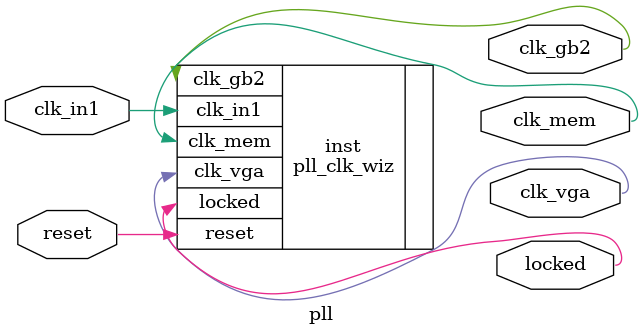
<source format=v>


`timescale 1ps/1ps

(* CORE_GENERATION_INFO = "pll,clk_wiz_v6_0_2_0_0,{component_name=pll,use_phase_alignment=true,use_min_o_jitter=false,use_max_i_jitter=false,use_dyn_phase_shift=false,use_inclk_switchover=false,use_dyn_reconfig=false,enable_axi=0,feedback_source=FDBK_AUTO,PRIMITIVE=PLL,num_out_clk=3,clkin1_period=10.000,clkin2_period=10.000,use_power_down=false,use_reset=true,use_locked=true,use_inclk_stopped=false,feedback_type=SINGLE,CLOCK_MGR_TYPE=NA,manual_override=false}" *)

module pll 
 (
  // Clock out ports
  output        clk_gb2,
  output        clk_vga,
  output        clk_mem,
  // Status and control signals
  input         reset,
  output        locked,
 // Clock in ports
  input         clk_in1
 );

  pll_clk_wiz inst
  (
  // Clock out ports  
  .clk_gb2(clk_gb2),
  .clk_vga(clk_vga),
  .clk_mem(clk_mem),
  // Status and control signals               
  .reset(reset), 
  .locked(locked),
 // Clock in ports
  .clk_in1(clk_in1)
  );

endmodule

</source>
